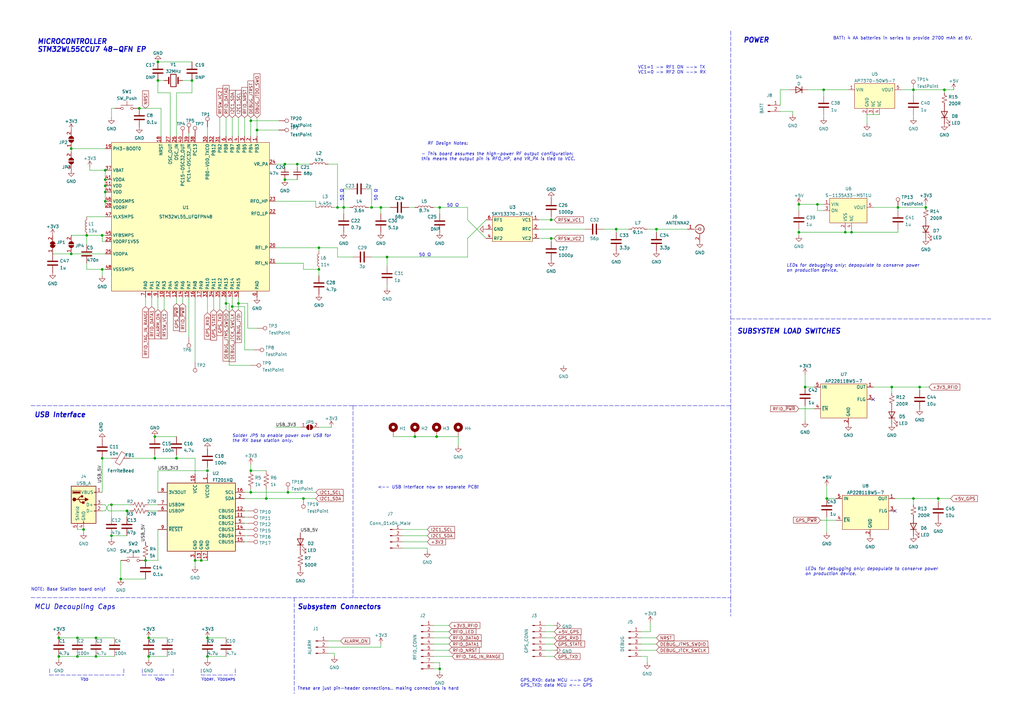
<source format=kicad_sch>
(kicad_sch (version 20211123) (generator eeschema)
  (paper "A3")
  (junction (at 85.09 269.24))
  (junction (at 43.18 73.66))
  (junction (at 349.25 95.25))
  (junction (at 226.06 97.79))
  (junction (at 59.69 229.87))
  (junction (at 39.37 269.24))
  (junction (at 327.66 83.82))
  (junction (at 29.21 104.14))
  (junction (at 179.07 179.07))
  (junction (at 85.09 261.62))
  (junction (at 116.84 73.66))
  (junction (at 384.81 204.47))
  (junction (at 109.22 204.47))
  (junction (at 377.19 158.75))
  (junction (at 327.66 95.25))
  (junction (at 35.56 96.52))
  (junction (at 156.21 85.09))
  (junction (at 102.87 201.93))
  (junction (at 102.87 49.53))
  (junction (at 78.74 33.02))
  (junction (at 170.18 179.07))
  (junction (at 337.82 36.83))
  (junction (at 31.75 261.62))
  (junction (at 339.09 204.47))
  (junction (at 140.97 85.09))
  (junction (at 335.28 83.82))
  (junction (at 252.73 93.98))
  (junction (at 180.34 85.09))
  (junction (at 130.81 101.6))
  (junction (at 41.91 187.96))
  (junction (at 43.18 76.2))
  (junction (at 269.24 93.98))
  (junction (at 49.53 237.49))
  (junction (at 95.25 125.73))
  (junction (at 41.91 110.49))
  (junction (at 31.75 269.24))
  (junction (at 45.72 207.01))
  (junction (at 64.77 33.02))
  (junction (at 64.77 25.4))
  (junction (at 130.81 110.49))
  (junction (at 116.84 67.31))
  (junction (at 121.92 67.31))
  (junction (at 102.87 193.04))
  (junction (at 97.79 124.46))
  (junction (at 346.71 95.25))
  (junction (at 158.75 105.41))
  (junction (at 41.91 96.52))
  (junction (at 124.46 204.47))
  (junction (at 63.5 179.07))
  (junction (at 24.13 269.24))
  (junction (at 330.2 158.75))
  (junction (at 138.43 85.09))
  (junction (at 52.07 209.55))
  (junction (at 92.71 124.46))
  (junction (at 43.18 82.55))
  (junction (at 60.96 269.24))
  (junction (at 152.4 85.09))
  (junction (at 45.72 219.71))
  (junction (at 63.5 187.96))
  (junction (at 365.76 158.75))
  (junction (at 379.73 85.09))
  (junction (at 180.34 274.32))
  (junction (at 85.09 193.04))
  (junction (at 374.65 204.47))
  (junction (at 226.06 90.17))
  (junction (at 43.18 69.85))
  (junction (at 24.13 261.62))
  (junction (at 57.15 44.45))
  (junction (at 387.35 36.83))
  (junction (at 34.29 217.17))
  (junction (at 374.65 36.83))
  (junction (at 29.21 60.96))
  (junction (at 39.37 261.62))
  (junction (at 60.96 261.62))
  (junction (at 368.3 85.09))
  (junction (at 43.18 78.74))
  (junction (at 118.11 201.93))
  (junction (at 80.01 229.87))
  (junction (at 82.55 229.87))
  (junction (at 72.39 187.96))
  (junction (at 105.41 53.34))
  (no_connect (at 358.14 163.83))
  (no_connect (at 367.03 209.55))
  (wire (pts (xy 59.69 229.87) (xy 64.77 229.87)))
  (wire (pts (xy 52.07 209.55) (xy 52.07 212.09)))
  (wire (pts (xy 223.52 269.24) (xy 227.33 269.24)))
  (wire (pts (xy 223.52 259.08) (xy 227.33 259.08)))
  (wire (pts (xy 320.04 36.83) (xy 323.85 36.83)))
  (wire (pts (xy 100.33 48.26) (xy 100.33 55.88)))
  (wire (pts (xy 80.01 187.96) (xy 80.01 194.31)))
  (wire (pts (xy 60.96 207.01) (xy 64.77 207.01)))
  (wire (pts (xy 100.33 201.93) (xy 102.87 201.93)))
  (wire (pts (xy 151.13 77.47) (xy 152.4 77.47)))
  (wire (pts (xy 138.43 85.09) (xy 140.97 85.09)))
  (wire (pts (xy 100.33 222.25) (xy 101.6 222.25)))
  (wire (pts (xy 387.35 36.83) (xy 387.35 38.1)))
  (wire (pts (xy 44.45 207.01) (xy 45.72 207.01)))
  (polyline (pts (xy 50.8 274.32) (xy 50.8 276.86)))
  (wire (pts (xy 269.24 93.98) (xy 281.94 93.98)))
  (wire (pts (xy 41.91 99.06) (xy 41.91 96.52)))
  (wire (pts (xy 92.71 48.26) (xy 92.71 55.88)))
  (polyline (pts (xy 299.72 166.37) (xy 299.72 245.11)))
  (wire (pts (xy 24.13 261.62) (xy 31.75 261.62)))
  (wire (pts (xy 105.41 48.26) (xy 105.41 53.34)))
  (wire (pts (xy 331.47 36.83) (xy 337.82 36.83)))
  (wire (pts (xy 24.13 270.51) (xy 24.13 269.24)))
  (wire (pts (xy 140.97 77.47) (xy 140.97 85.09)))
  (wire (pts (xy 165.1 217.17) (xy 175.26 217.17)))
  (wire (pts (xy 100.33 217.17) (xy 101.6 217.17)))
  (wire (pts (xy 97.79 124.46) (xy 101.6 124.46)))
  (wire (pts (xy 177.8 85.09) (xy 180.34 85.09)))
  (wire (pts (xy 53.34 187.96) (xy 63.5 187.96)))
  (wire (pts (xy 113.03 101.6) (xy 130.81 101.6)))
  (wire (pts (xy 346.71 95.25) (xy 349.25 95.25)))
  (wire (pts (xy 379.73 83.82) (xy 379.73 85.09)))
  (wire (pts (xy 140.97 85.09) (xy 143.51 85.09)))
  (wire (pts (xy 152.4 85.09) (xy 156.21 85.09)))
  (wire (pts (xy 36.83 68.58) (xy 36.83 69.85)))
  (wire (pts (xy 337.82 46.99) (xy 337.82 48.26)))
  (wire (pts (xy 266.7 259.08) (xy 266.7 255.27)))
  (wire (pts (xy 100.33 204.47) (xy 109.22 204.47)))
  (wire (pts (xy 226.06 97.79) (xy 226.06 99.06)))
  (wire (pts (xy 49.53 237.49) (xy 59.69 237.49)))
  (wire (pts (xy 113.03 82.55) (xy 129.54 82.55)))
  (wire (pts (xy 57.15 44.45) (xy 66.04 44.45)))
  (wire (pts (xy 41.91 110.49) (xy 41.91 113.03)))
  (wire (pts (xy 85.09 121.92) (xy 85.09 128.27)))
  (wire (pts (xy 177.8 256.54) (xy 184.15 256.54)))
  (wire (pts (xy 49.53 229.87) (xy 49.53 237.49)))
  (wire (pts (xy 325.12 45.72) (xy 320.04 45.72)))
  (wire (pts (xy 66.04 44.45) (xy 66.04 55.88)))
  (wire (pts (xy 24.13 269.24) (xy 31.75 269.24)))
  (wire (pts (xy 247.65 93.98) (xy 252.73 93.98)))
  (polyline (pts (xy 58.42 274.32) (xy 58.42 276.86)))
  (polyline (pts (xy 82.55 276.86) (xy 96.52 276.86)))
  (wire (pts (xy 116.84 73.66) (xy 121.92 73.66)))
  (wire (pts (xy 116.84 67.31) (xy 121.92 67.31)))
  (polyline (pts (xy 58.42 276.86) (xy 71.12 276.86)))
  (wire (pts (xy 339.09 199.39) (xy 339.09 204.47)))
  (wire (pts (xy 262.89 261.62) (xy 269.24 261.62)))
  (wire (pts (xy 45.72 219.71) (xy 52.07 219.71)))
  (wire (pts (xy 97.79 124.46) (xy 97.79 127)))
  (wire (pts (xy 129.54 82.55) (xy 129.54 85.09)))
  (wire (pts (xy 105.41 53.34) (xy 105.41 55.88)))
  (wire (pts (xy 34.29 218.44) (xy 34.29 217.17)))
  (wire (pts (xy 74.93 33.02) (xy 78.74 33.02)))
  (wire (pts (xy 387.35 36.83) (xy 391.16 36.83)))
  (wire (pts (xy 177.8 271.78) (xy 180.34 271.78)))
  (wire (pts (xy 72.39 186.69) (xy 72.39 187.96)))
  (wire (pts (xy 44.45 209.55) (xy 43.18 207.01)))
  (wire (pts (xy 134.62 262.89) (xy 139.7 262.89)))
  (polyline (pts (xy 144.78 166.37) (xy 299.72 166.37)))
  (wire (pts (xy 39.37 269.24) (xy 46.99 269.24)))
  (wire (pts (xy 220.98 90.17) (xy 226.06 90.17)))
  (wire (pts (xy 97.79 121.92) (xy 97.79 124.46)))
  (wire (pts (xy 29.21 104.14) (xy 43.18 104.14)))
  (wire (pts (xy 374.65 204.47) (xy 374.65 207.01)))
  (wire (pts (xy 31.75 269.24) (xy 39.37 269.24)))
  (wire (pts (xy 113.03 107.95) (xy 124.46 107.95)))
  (wire (pts (xy 77.47 54.61) (xy 77.47 55.88)))
  (wire (pts (xy 35.56 88.9) (xy 43.18 88.9)))
  (wire (pts (xy 93.98 124.46) (xy 93.98 149.86)))
  (wire (pts (xy 36.83 69.85) (xy 43.18 69.85)))
  (wire (pts (xy 124.46 110.49) (xy 130.81 110.49)))
  (wire (pts (xy 220.98 97.79) (xy 226.06 97.79)))
  (wire (pts (xy 43.18 99.06) (xy 41.91 99.06)))
  (wire (pts (xy 346.71 95.25) (xy 346.71 93.98)))
  (wire (pts (xy 152.4 77.47) (xy 152.4 85.09)))
  (polyline (pts (xy 120.65 245.11) (xy 120.65 284.48)))
  (wire (pts (xy 151.13 85.09) (xy 152.4 85.09)))
  (wire (pts (xy 369.57 36.83) (xy 374.65 36.83)))
  (wire (pts (xy 137.16 267.97) (xy 137.16 269.24)))
  (wire (pts (xy 156.21 85.09) (xy 156.21 87.63)))
  (wire (pts (xy 175.26 224.79) (xy 175.26 226.06)))
  (wire (pts (xy 384.81 204.47) (xy 389.89 204.47)))
  (wire (pts (xy 60.96 209.55) (xy 64.77 209.55)))
  (polyline (pts (xy 20.32 274.32) (xy 20.32 276.86)))
  (wire (pts (xy 226.06 97.79) (xy 227.33 97.79)))
  (wire (pts (xy 64.77 25.4) (xy 78.74 25.4)))
  (wire (pts (xy 137.16 85.09) (xy 138.43 85.09)))
  (wire (pts (xy 252.73 93.98) (xy 257.81 93.98)))
  (wire (pts (xy 95.25 125.73) (xy 100.33 125.73)))
  (wire (pts (xy 60.96 269.24) (xy 60.96 270.51)))
  (wire (pts (xy 39.37 261.62) (xy 46.99 261.62)))
  (polyline (pts (xy 144.78 166.37) (xy 144.78 245.11)))
  (wire (pts (xy 179.07 179.07) (xy 170.18 179.07)))
  (wire (pts (xy 92.71 124.46) (xy 92.71 127)))
  (wire (pts (xy 327.66 167.64) (xy 334.01 167.64)))
  (wire (pts (xy 191.77 85.09) (xy 191.77 90.17)))
  (wire (pts (xy 262.89 259.08) (xy 266.7 259.08)))
  (wire (pts (xy 158.75 105.41) (xy 191.77 105.41)))
  (wire (pts (xy 170.18 179.07) (xy 161.29 179.07)))
  (wire (pts (xy 365.76 158.75) (xy 377.19 158.75)))
  (wire (pts (xy 335.28 83.82) (xy 327.66 83.82)))
  (wire (pts (xy 72.39 187.96) (xy 80.01 187.96)))
  (wire (pts (xy 158.75 105.41) (xy 158.75 109.22)))
  (wire (pts (xy 78.74 33.02) (xy 78.74 38.1)))
  (wire (pts (xy 109.22 200.66) (xy 109.22 204.47)))
  (wire (pts (xy 69.85 38.1) (xy 64.77 38.1)))
  (wire (pts (xy 100.33 212.09) (xy 101.6 212.09)))
  (wire (pts (xy 74.93 121.92) (xy 74.93 124.46)))
  (wire (pts (xy 63.5 186.69) (xy 63.5 187.96)))
  (wire (pts (xy 177.8 269.24) (xy 185.42 269.24)))
  (wire (pts (xy 43.18 73.66) (xy 43.18 76.2)))
  (wire (pts (xy 85.09 261.62) (xy 92.71 261.62)))
  (wire (pts (xy 100.33 143.51) (xy 104.14 143.51)))
  (wire (pts (xy 90.17 48.26) (xy 90.17 55.88)))
  (wire (pts (xy 67.31 121.92) (xy 67.31 127)))
  (wire (pts (xy 85.09 52.07) (xy 85.09 55.88)))
  (wire (pts (xy 223.52 261.62) (xy 227.33 261.62)))
  (wire (pts (xy 180.34 85.09) (xy 191.77 85.09)))
  (wire (pts (xy 191.77 97.79) (xy 191.77 105.41)))
  (wire (pts (xy 191.77 90.17) (xy 199.39 97.79)))
  (wire (pts (xy 337.82 83.82) (xy 335.28 83.82)))
  (polyline (pts (xy 20.32 276.86) (xy 50.8 276.86)))
  (wire (pts (xy 223.52 264.16) (xy 227.33 264.16)))
  (wire (pts (xy 187.96 179.07) (xy 179.07 179.07)))
  (wire (pts (xy 327.66 95.25) (xy 346.71 95.25)))
  (polyline (pts (xy 12.7 245.11) (xy 299.72 245.11)))
  (wire (pts (xy 102.87 48.26) (xy 102.87 49.53)))
  (wire (pts (xy 69.85 55.88) (xy 69.85 38.1)))
  (wire (pts (xy 177.8 261.62) (xy 184.15 261.62)))
  (wire (pts (xy 187.96 182.88) (xy 187.96 179.07)))
  (wire (pts (xy 165.1 224.79) (xy 175.26 224.79)))
  (wire (pts (xy 101.6 124.46) (xy 101.6 134.62)))
  (polyline (pts (xy 299.72 12.7) (xy 299.72 166.37)))
  (wire (pts (xy 339.09 204.47) (xy 342.9 204.47)))
  (wire (pts (xy 226.06 90.17) (xy 227.33 90.17)))
  (wire (pts (xy 330.2 172.72) (xy 330.2 166.37)))
  (wire (pts (xy 130.81 110.49) (xy 130.81 113.03)))
  (wire (pts (xy 158.75 116.84) (xy 158.75 118.11)))
  (wire (pts (xy 43.18 82.55) (xy 43.18 85.09)))
  (wire (pts (xy 80.01 232.41) (xy 80.01 229.87)))
  (wire (pts (xy 152.4 105.41) (xy 158.75 105.41)))
  (wire (pts (xy 64.77 193.04) (xy 64.77 201.93)))
  (wire (pts (xy 97.79 48.26) (xy 97.79 55.88)))
  (wire (pts (xy 35.56 96.52) (xy 41.91 96.52)))
  (wire (pts (xy 134.62 67.31) (xy 138.43 67.31)))
  (wire (pts (xy 45.72 48.26) (xy 45.72 44.45)))
  (wire (pts (xy 336.55 213.36) (xy 342.9 213.36)))
  (wire (pts (xy 109.22 204.47) (xy 124.46 204.47)))
  (wire (pts (xy 368.3 95.25) (xy 349.25 95.25)))
  (wire (pts (xy 41.91 187.96) (xy 45.72 187.96)))
  (wire (pts (xy 365.76 158.75) (xy 365.76 161.29)))
  (wire (pts (xy 85.09 193.04) (xy 85.09 194.31)))
  (wire (pts (xy 41.91 187.96) (xy 41.91 201.93)))
  (wire (pts (xy 252.73 93.98) (xy 252.73 95.25)))
  (wire (pts (xy 180.34 271.78) (xy 180.34 274.32)))
  (wire (pts (xy 165.1 219.71) (xy 175.26 219.71)))
  (wire (pts (xy 64.77 121.92) (xy 64.77 127)))
  (wire (pts (xy 101.6 209.55) (xy 100.33 209.55)))
  (wire (pts (xy 29.21 96.52) (xy 35.56 96.52)))
  (wire (pts (xy 223.52 266.7) (xy 227.33 266.7)))
  (wire (pts (xy 262.89 264.16) (xy 269.24 264.16)))
  (wire (pts (xy 138.43 67.31) (xy 138.43 85.09)))
  (wire (pts (xy 95.25 121.92) (xy 95.25 125.73)))
  (wire (pts (xy 63.5 179.07) (xy 72.39 179.07)))
  (wire (pts (xy 367.03 204.47) (xy 374.65 204.47)))
  (wire (pts (xy 85.09 191.77) (xy 85.09 193.04)))
  (wire (pts (xy 156.21 264.16) (xy 156.21 265.43)))
  (wire (pts (xy 262.89 266.7) (xy 269.24 266.7)))
  (wire (pts (xy 374.65 46.99) (xy 374.65 48.26)))
  (wire (pts (xy 21.59 104.14) (xy 29.21 104.14)))
  (wire (pts (xy 167.64 85.09) (xy 170.18 85.09)))
  (polyline (pts (xy 82.55 274.32) (xy 82.55 276.86)))
  (wire (pts (xy 29.21 60.96) (xy 43.18 60.96)))
  (wire (pts (xy 368.3 93.98) (xy 368.3 95.25)))
  (wire (pts (xy 102.87 49.53) (xy 102.87 55.88)))
  (wire (pts (xy 140.97 85.09) (xy 140.97 87.63)))
  (wire (pts (xy 92.71 121.92) (xy 92.71 124.46)))
  (wire (pts (xy 113.03 175.26) (xy 123.19 175.26)))
  (wire (pts (xy 121.92 67.31) (xy 127 67.31)))
  (wire (pts (xy 269.24 93.98) (xy 269.24 95.25)))
  (wire (pts (xy 93.98 149.86) (xy 102.87 149.86)))
  (wire (pts (xy 64.77 33.02) (xy 67.31 33.02)))
  (wire (pts (xy 45.72 207.01) (xy 53.34 207.01)))
  (wire (pts (xy 177.8 259.08) (xy 184.15 259.08)))
  (wire (pts (xy 349.25 95.25) (xy 349.25 93.98)))
  (wire (pts (xy 52.07 209.55) (xy 53.34 209.55)))
  (wire (pts (xy 85.09 269.24) (xy 92.71 269.24)))
  (wire (pts (xy 41.91 207.01) (xy 43.18 207.01)))
  (wire (pts (xy 64.77 38.1) (xy 64.77 33.02)))
  (wire (pts (xy 44.45 209.55) (xy 52.07 209.55)))
  (wire (pts (xy 72.39 121.92) (xy 72.39 124.46)))
  (wire (pts (xy 35.56 107.95) (xy 35.56 110.49)))
  (wire (pts (xy 337.82 36.83) (xy 337.82 39.37)))
  (wire (pts (xy 339.09 218.44) (xy 339.09 212.09)))
  (wire (pts (xy 124.46 107.95) (xy 124.46 110.49)))
  (wire (pts (xy 102.87 200.66) (xy 102.87 201.93)))
  (wire (pts (xy 92.71 124.46) (xy 93.98 124.46)))
  (wire (pts (xy 41.91 209.55) (xy 43.18 209.55)))
  (wire (pts (xy 223.52 256.54) (xy 227.33 256.54)))
  (wire (pts (xy 116.84 67.31) (xy 116.84 68.58)))
  (wire (pts (xy 130.81 101.6) (xy 138.43 101.6)))
  (wire (pts (xy 355.6 46.99) (xy 355.6 50.8)))
  (wire (pts (xy 177.8 264.16) (xy 184.15 264.16)))
  (wire (pts (xy 191.77 97.79) (xy 199.39 90.17)))
  (wire (pts (xy 45.72 220.98) (xy 45.72 219.71)))
  (wire (pts (xy 327.66 83.82) (xy 327.66 86.36)))
  (wire (pts (xy 265.43 93.98) (xy 269.24 93.98)))
  (wire (pts (xy 31.75 261.62) (xy 39.37 261.62)))
  (wire (pts (xy 64.77 217.17) (xy 64.77 229.87)))
  (wire (pts (xy 45.72 44.45) (xy 46.99 44.45)))
  (wire (pts (xy 226.06 88.9) (xy 226.06 90.17)))
  (wire (pts (xy 105.41 53.34) (xy 114.3 53.34)))
  (wire (pts (xy 121.92 67.31) (xy 121.92 68.58)))
  (wire (pts (xy 355.6 46.99) (xy 360.68 46.99)))
  (wire (pts (xy 100.33 125.73) (xy 100.33 143.51)))
  (wire (pts (xy 113.03 67.31) (xy 116.84 67.31)))
  (wire (pts (xy 327.66 93.98) (xy 327.66 95.25)))
  (wire (pts (xy 62.23 121.92) (xy 62.23 125.73)))
  (wire (pts (xy 102.87 49.53) (xy 114.3 49.53)))
  (wire (pts (xy 29.21 60.96) (xy 29.21 62.23)))
  (wire (pts (xy 102.87 190.5) (xy 102.87 193.04)))
  (wire (pts (xy 265.43 271.78) (xy 265.43 269.24)))
  (polyline (pts (xy 71.12 274.32) (xy 71.12 276.86)))
  (wire (pts (xy 72.39 38.1) (xy 72.39 55.88)))
  (wire (pts (xy 41.91 96.52) (xy 43.18 96.52)))
  (wire (pts (xy 80.01 229.87) (xy 82.55 229.87)))
  (wire (pts (xy 384.81 204.47) (xy 384.81 205.74)))
  (wire (pts (xy 72.39 38.1) (xy 78.74 38.1)))
  (wire (pts (xy 95.25 48.26) (xy 95.25 55.88)))
  (wire (pts (xy 374.65 204.47) (xy 384.81 204.47)))
  (wire (pts (xy 43.18 209.55) (xy 44.45 207.01)))
  (wire (pts (xy 330.2 153.67) (xy 330.2 158.75)))
  (wire (pts (xy 368.3 85.09) (xy 368.3 86.36)))
  (wire (pts (xy 43.18 78.74) (xy 43.18 82.55)))
  (wire (pts (xy 43.18 76.2) (xy 43.18 78.74)))
  (wire (pts (xy 60.96 269.24) (xy 68.58 269.24)))
  (wire (pts (xy 118.11 201.93) (xy 129.54 201.93)))
  (wire (pts (xy 374.65 36.83) (xy 387.35 36.83)))
  (wire (pts (xy 358.14 158.75) (xy 365.76 158.75)))
  (wire (pts (xy 130.81 175.26) (xy 135.89 175.26)))
  (wire (pts (xy 64.77 193.04) (xy 85.09 193.04)))
  (wire (pts (xy 265.43 269.24) (xy 262.89 269.24)))
  (wire (pts (xy 138.43 101.6) (xy 138.43 105.41)))
  (wire (pts (xy 320.04 43.18) (xy 320.04 36.83)))
  (wire (pts (xy 95.25 125.73) (xy 95.25 127)))
  (wire (pts (xy 45.72 207.01) (xy 45.72 212.09)))
  (wire (pts (xy 180.34 274.32) (xy 180.34 275.59)))
  (wire (pts (xy 377.19 158.75) (xy 377.19 160.02)))
  (wire (pts (xy 134.62 267.97) (xy 137.16 267.97)))
  (wire (pts (xy 31.75 217.17) (xy 34.29 217.17)))
  (wire (pts (xy 63.5 187.96) (xy 72.39 187.96)))
  (wire (pts (xy 41.91 110.49) (xy 43.18 110.49)))
  (wire (pts (xy 35.56 110.49) (xy 41.91 110.49)))
  (wire (pts (xy 325.12 46.99) (xy 325.12 45.72)))
  (wire (pts (xy 374.65 36.83) (xy 374.65 39.37)))
  (wire (pts (xy 100.33 219.71) (xy 101.6 219.71)))
  (wire (pts (xy 177.8 274.32) (xy 180.34 274.32)))
  (wire (pts (xy 35.56 96.52) (xy 35.56 100.33)))
  (wire (pts (xy 90.17 121.92) (xy 90.17 127)))
  (wire (pts (xy 82.55 229.87) (xy 85.09 229.87)))
  (wire (pts (xy 177.8 266.7) (xy 184.15 266.7)))
  (wire (pts (xy 337.82 86.36) (xy 335.28 86.36)))
  (wire (pts (xy 368.3 85.09) (xy 379.73 85.09)))
  (wire (pts (xy 180.34 85.09) (xy 180.34 87.63)))
  (wire (pts (xy 102.87 193.04) (xy 109.22 193.04)))
  (wire (pts (xy 337.82 36.83) (xy 347.98 36.83)))
  (wire (pts (xy 330.2 158.75) (xy 334.01 158.75)))
  (wire (pts (xy 156.21 85.09) (xy 160.02 85.09)))
  (wire (pts (xy 124.46 204.47) (xy 129.54 204.47)))
  (wire (pts (xy 87.63 121.92) (xy 87.63 127)))
  (wire (pts (xy 165.1 222.25) (xy 175.26 222.25)))
  (wire (pts (xy 143.51 77.47) (xy 140.97 77.47)))
  (wire (pts (xy 368.3 85.09) (xy 358.14 85.09)))
  (wire (pts (xy 77.47 121.92) (xy 77.47 138.43)))
  (wire (pts (xy 102.87 201.93) (xy 118.11 201.93)))
  (wire (pts (xy 100.33 214.63) (xy 101.6 214.63)))
  (wire (pts (xy 85.09 270.51) (xy 85.09 269.24)))
  (polyline (pts (xy 299.72 130.81) (xy 406.4 130.81)))
  (polyline (pts (xy 96.52 274.32) (xy 96.52 276.86)))
  (polyline (pts (xy 299.72 245.11) (xy 299.72 252.73)))
  (wire (pts (xy 101.6 134.62) (xy 105.41 134.62)))
  (wire (pts (xy 60.96 261.62) (xy 68.58 261.62)))
  (wire (pts (xy 43.18 69.85) (xy 43.18 73.66)))
  (wire (pts (xy 80.01 121.92) (xy 80.01 148.59)))
  (wire (pts (xy 130.81 101.6) (xy 130.81 102.87)))
  (wire (pts (xy 327.66 95.25) (xy 327.66 96.52)))
  (wire (pts (xy 335.28 83.82) (xy 335.28 86.36)))
  (wire (pts (xy 377.19 158.75) (xy 381 158.75)))
  (wire (pts (xy 59.69 121.92) (xy 59.69 125.73)))
  (wire (pts (xy 220.98 93.98) (xy 240.03 93.98)))
  (wire (pts (xy 138.43 105.41) (xy 144.78 105.41)))
  (polyline (pts (xy 12.7 166.37) (xy 144.78 166.37)))
  (wire (pts (xy 134.62 265.43) (xy 156.21 265.43)))
  (text "NOTE: Base Station board only!" (at 12.7 242.57 0) (effects (font (size 1.27 1.27)) (justify left bottom)))
  (text "V_{DD} \n" (at 33.02 279.4 0) (effects (font (size 1.27 1.27)) (justify left bottom)))
  (text "Subsystem Connectors" (at 121.92 250.19 0) (effects (font (size 2 2) bold italic) (justify left bottom)))
  (text "These are just pin-header connections.. making connectors is hard\n" (at 121.92 283.21 0) (effects (font (size 1.27 1.27)) (justify left bottom)))
  (text "50 Ω \n" (at 189.23 85.09 180) (effects (font (size 1.27 1.27)) (justify right bottom)))
  (text "SUBSYSTEM LOAD SWITCHES" (at 302.26 137.16 0) (effects (font (size 2 2) (thickness 0.4) bold italic) (justify left bottom)))
  (text "VC1=1 -> RF1 ON --> TX \nVC1=0 -> RF2 ON --> RX\n" (at 261.62 30.48 0) (effects (font (size 1.27 1.27)) (justify left bottom)))
  (text "MICROCONTROLLER\nSTM32WL55CCU7 48-QFN EP\n" (at 15.24 21.59 0) (effects (font (size 2 2) (thickness 0.4) bold italic) (justify left bottom)))
  (text "Solder JP5 to enable power over USB for \nthe RX base station only. " (at 95.25 181.61 0) (effects (font (size 1.27 1.27) italic) (justify left bottom)))
  (text "V_{DDA}\n" (at 63.5 279.4 0) (effects (font (size 1.27 1.27)) (justify left bottom)))
  (text "<-- USB Interface now on separate PCB!\n" (at 154.94 200.66 0) (effects (font (size 1.27 1.27)) (justify left bottom)))
  (text "50 Ω " (at 140.97 82.55 90) (effects (font (size 1.27 1.27)) (justify left bottom)))
  (text "BATT: 4 AA batteries in series to provide 2700 mAh at 6V. " (at 341.63 16.51 0) (effects (font (size 1.27 1.27)) (justify left bottom)))
  (text "LEDs for debugging only; depopulate to conserve power \non production device.\n" (at 322.58 111.76 0) (effects (font (size 1.27 1.27) italic) (justify left bottom)))
  (text "50 Ω \n" (at 177.8 105.41 180) (effects (font (size 1.27 1.27)) (justify right bottom)))
  (text "MCU Decoupling Caps" (at 13.97 250.19 0) (effects (font (size 2 2) (thickness 0.254) bold italic) (justify left bottom)))
  (text "V_{DDRF}, V_{DDSMPS}" (at 82.55 279.4 0) (effects (font (size 1.27 1.27)) (justify left bottom)))
  (text "50 Ω \n" (at 154.94 82.55 90) (effects (font (size 1.27 1.27)) (justify left bottom)))
  (text "GPS_RXD: data MCU --> GPS\nGPS_TXD: data MCU <-- GPS\n" (at 213.36 281.94 0) (effects (font (size 1.27 1.27)) (justify left bottom)))
  (text "POWER" (at 304.8 17.78 0) (effects (font (size 2 2) (thickness 0.4) bold italic) (justify left bottom)))
  (text "USB Interface\n" (at 13.97 171.45 0) (effects (font (size 2 2) bold italic) (justify left bottom)))
  (text "RF Design Notes: " (at 175.26 59.69 0) (effects (font (size 1.27 1.27) italic) (justify left bottom)))
  (text "LEDs for debugging only; depopulate to conserve power \non production device.\n" (at 330.2 236.22 0) (effects (font (size 1.27 1.27) italic) (justify left bottom)))
  (text "- This board assumes the high-power RF output configuration: \nthis means the output pin is RFO_HP, and VR_PA is tied to VCC. " (at 172.72 66.04 0) (effects (font (size 1.27 1.27) italic) (justify left bottom)))
  (label "USB_3V3" (at 113.03 175.26 0))
  (label "USB_5V" (at 59.69 222.25 90))
  (label "USB_3V3" (at 64.77 193.04 0))
  (label "USB_5V" (at 41.91 198.12 90))
  (label "USB_5V" (at 123.19 218.44 0))
  (global_label "GPS_~{PWR}" (shape input) (at 72.39 124.46 270) (property "Intersheet References" "${INTERSHEET_REFS}" (effects hide)))
  (global_label "I2C1_SCL" (shape input) (at 129.54 201.93 0) (property "Intersheet References" "${INTERSHEET_REFS}" (effects hide)))
  (global_label "RFID_TAG_IN_RANGE" (shape input) (at 185.42 269.24 0) (property "Intersheet References" "${INTERSHEET_REFS}" (effects hide)))
  (global_label "DBUG_JTDO_SWO" (shape input) (at 105.41 48.26 90) (property "Intersheet References" "${INTERSHEET_REFS}" (effects hide)))
  (global_label "RFID_NRST" (shape input) (at 184.15 266.7 0) (property "Intersheet References" "${INTERSHEET_REFS}" (effects hide)))
  (global_label "+5V_GPS" (shape input) (at 227.33 259.08 0) (property "Intersheet References" "${INTERSHEET_REFS}" (effects hide)))
  (global_label "GPS_TXD" (shape input) (at 90.17 127 270) (property "Intersheet References" "${INTERSHEET_REFS}" (effects hide)))
  (global_label "RFID_DATA0" (shape input) (at 92.71 48.26 90) (property "Intersheet References" "${INTERSHEET_REFS}" (effects hide)))
  (global_label "RFID_~{PWR}" (shape input) (at 327.66 167.64 180) (property "Intersheet References" "${INTERSHEET_REFS}" (effects hide)))
  (global_label "RFID_LED" (shape input) (at 184.15 259.08 0) (property "Intersheet References" "${INTERSHEET_REFS}" (effects hide)))
  (global_label "GPS_RXD" (shape input) (at 227.33 261.62 0) (property "Intersheet References" "${INTERSHEET_REFS}" (effects hide)))
  (global_label "GPS_STATE" (shape input) (at 87.63 127 270) (property "Intersheet References" "${INTERSHEET_REFS}" (effects hide)))
  (global_label "RFID_DATA1" (shape input) (at 62.23 125.73 270) (property "Intersheet References" "${INTERSHEET_REFS}" (effects hide)))
  (global_label "DEBUG_JTCK_SWCLK" (shape input) (at 269.24 266.7 0) (property "Intersheet References" "${INTERSHEET_REFS}" (effects hide)))
  (global_label "RFSW_VC2" (shape input) (at 227.33 97.79 0) (property "Intersheet References" "${INTERSHEET_REFS}" (effects hide)))
  (global_label "I2C1_SDA" (shape input) (at 95.25 48.26 90) (property "Intersheet References" "${INTERSHEET_REFS}" (effects hide)))
  (global_label "+3V3_RFID" (shape input) (at 381 158.75 0) (property "Intersheet References" "${INTERSHEET_REFS}" (effects hide)))
  (global_label "RFID_NRST" (shape input) (at 100.33 48.26 90) (property "Intersheet References" "${INTERSHEET_REFS}" (effects hide)))
  (global_label "NRST" (shape input) (at 269.24 261.62 0) (property "Intersheet References" "${INTERSHEET_REFS}" (effects hide)))
  (global_label "I2C1_SCL" (shape input) (at 97.79 48.26 90) (property "Intersheet References" "${INTERSHEET_REFS}" (effects hide)))
  (global_label "RFID_DATA1" (shape input) (at 184.15 264.16 0) (property "Intersheet References" "${INTERSHEET_REFS}" (effects hide)))
  (global_label "NRST" (shape input) (at 59.69 44.45 90) (property "Intersheet References" "${INTERSHEET_REFS}" (effects hide)))
  (global_label "DEBUG_JTCK_SWCLK" (shape input) (at 95.25 127 270) (property "Intersheet References" "${INTERSHEET_REFS}" (effects hide)))
  (global_label "DEBUG_JTMS_SWDIO" (shape input) (at 269.24 264.16 0) (property "Intersheet References" "${INTERSHEET_REFS}" (effects hide)))
  (global_label "+5V_GPS" (shape input) (at 389.89 204.47 0) (property "Intersheet References" "${INTERSHEET_REFS}" (effects hide)))
  (global_label "RFID_~{PWR}" (shape input) (at 74.93 124.46 270) (property "Intersheet References" "${INTERSHEET_REFS}" (effects hide)))
  (global_label "DEBUG_JTRST" (shape input) (at 102.87 48.26 90) (property "Intersheet References" "${INTERSHEET_REFS}" (effects hide)))
  (global_label "RFID_TAG_IN_RANGE" (shape input) (at 59.69 125.73 270) (property "Intersheet References" "${INTERSHEET_REFS}" (effects hide)))
  (global_label "ALARM_ON" (shape input) (at 139.7 262.89 0) (property "Intersheet References" "${INTERSHEET_REFS}" (effects hide)))
  (global_label "+3V3" (shape input) (at 175.26 222.25 0) (property "Intersheet References" "${INTERSHEET_REFS}" (effects hide)))
  (global_label "RFSW_VC1" (shape input) (at 227.33 90.17 0) (property "Intersheet References" "${INTERSHEET_REFS}" (effects hide)))
  (global_label "I2C1_SCL" (shape input) (at 175.26 217.17 0) (property "Intersheet References" "${INTERSHEET_REFS}" (effects hide)))
  (global_label "DEBUG_JTMS_SWDIO" (shape input) (at 92.71 127 270) (property "Intersheet References" "${INTERSHEET_REFS}" (effects hide)))
  (global_label "RFSW_VC1" (shape input) (at 67.31 127 270) (property "Intersheet References" "${INTERSHEET_REFS}" (effects hide)))
  (global_label "GPS_~{PWR}" (shape input) (at 336.55 213.36 180) (property "Intersheet References" "${INTERSHEET_REFS}" (effects hide)))
  (global_label "+3V3_RFID" (shape input) (at 184.15 256.54 0) (property "Intersheet References" "${INTERSHEET_REFS}" (effects hide)))
  (global_label "RFSW_VC2" (shape input) (at 90.17 48.26 90) (property "Intersheet References" "${INTERSHEET_REFS}" (effects hide)))
  (global_label "I2C1_SDA" (shape input) (at 129.54 204.47 0) (property "Intersheet References" "${INTERSHEET_REFS}" (effects hide)))
  (global_label "RFID_DATA0" (shape input) (at 184.15 261.62 0) (property "Intersheet References" "${INTERSHEET_REFS}" (effects hide)))
  (global_label "ALARM_ON" (shape input) (at 64.77 127 270) (property "Intersheet References" "${INTERSHEET_REFS}" (effects hide)))
  (global_label "GPS_STATE" (shape input) (at 227.33 264.16 0) (property "Intersheet References" "${INTERSHEET_REFS}" (effects hide)))
  (global_label "I2C1_SDA" (shape input) (at 175.26 219.71 0) (property "Intersheet References" "${INTERSHEET_REFS}" (effects hide)))
  (global_label "DEBUG_JTDI" (shape input) (at 97.79 127 270) (property "Intersheet References" "${INTERSHEET_REFS}" (effects hide)))
  (global_label "GPS_TXD" (shape input) (at 227.33 269.24 0) (property "Intersheet References" "${INTERSHEET_REFS}" (effects hide)))
  (global_label "GPS_RXD" (shape input) (at 85.09 128.27 270) (property "Intersheet References" "${INTERSHEET_REFS}" (effects hide)))
  (symbol (lib_id "Switch:SW_Push") (at 54.61 229.87 0) (unit 1)
    (property "Reference" "SW2" (at 54.61 222.9825 0))
    (property "Value" "SW_Push" (at 53.34 226.06 0))
    (property "Footprint" "Connector_PinSocket_2.54mm:PinSocket_1x02_P2.54mm_Vertical" (effects hide))
  )
  (symbol (lib_id "power:GND") (at 365.76 173.99 0) (unit 1)
    (property "Reference" "#PWR069" (effects hide))
    (property "Value" "GND" (at 365.76 178.5525 0))
  )
  (symbol (lib_id "Device:C_Small") (at 121.92 71.12 0) (unit 1)
    (property "Reference" "C21" (at 123.19 68.58 0) (effects (justify left)))
    (property "Value" "68p" (at 124.46 71.12 0) (effects (justify left)))
    (property "Footprint" "Capacitor_SMD:C_0603_1608Metric" (effects hide))
  )
  (symbol (lib_id "Connector:TestPoint") (at 118.11 201.93 0) (unit 1)
    (property "Reference" "TP18" (at 119.507 197.7195 0) (effects (justify left)))
    (property "Value" "TestPoint" (at 119.507 200.4946 0) (effects (justify left)))
    (property "Footprint" "TestPoint:TestPoint_Pad_1.0x1.0mm" (effects hide))
  )
  (symbol (lib_id "Device:C") (at 63.5 182.88 0) (unit 1)
    (property "Reference" "C15" (at 66.421 181.9715 0) (effects (justify left)))
    (property "Value" "100n" (at 66.421 184.7466 0) (effects (justify left)))
    (property "Footprint" "Capacitor_SMD:C_0603_1608Metric" (effects hide))
  )
  (symbol (lib_id "power:GND") (at 339.09 218.44 0) (unit 1)
    (property "Reference" "#PWR066" (effects hide))
    (property "Value" "GND" (at 339.09 223.0025 0))
  )
  (symbol (lib_id "Device:C") (at 327.66 90.17 0) (unit 1)
    (property "Reference" "C39" (at 330.581 89.2615 0) (effects (justify left)))
    (property "Value" "1u" (at 330.581 92.0366 0) (effects (justify left)))
    (property "Footprint" "Capacitor_SMD:C_0603_1608Metric" (effects hide))
  )
  (symbol (lib_id "Device:C") (at 31.75 265.43 0) (unit 1)
    (property "Reference" "C2" (at 31.75 262.89 0) (effects (justify left)))
    (property "Value" "100n" (at 31.75 267.97 0) (effects (justify left)))
    (property "Footprint" "Capacitor_SMD:C_0603_1608Metric" (effects hide))
  )
  (symbol (lib_id "Jumper:SolderJumper_2_Bridged") (at 21.59 100.33 90) (unit 1)
    (property "Reference" "JP1" (at 23.241 99.4215 90) (effects (justify right)))
    (property "Value" "SolderJumper_2_Bridged" (effects hide))
    (property "Footprint" "new_footprints:tinyjumper" (effects hide))
  )
  (symbol (lib_id "power:+3V3") (at 36.83 68.58 0) (unit 1)
    (property "Reference" "#PWR06" (effects hide))
    (property "Value" "+3V3" (at 36.83 64.9755 0))
  )
  (symbol (lib_id "Device:R_US") (at 102.87 196.85 0) (unit 1)
    (property "Reference" "R5" (at 104.521 195.9415 0) (effects (justify left)))
    (property "Value" "1k" (at 104.521 198.7166 0) (effects (justify left)))
    (property "Footprint" "Resistor_SMD:R_0805_2012Metric_Pad1.20x1.40mm_HandSolder" (effects hide))
  )
  (symbol (lib_id "power:GND") (at 337.82 48.26 0) (unit 1)
    (property "Reference" "#PWR059" (effects hide))
    (property "Value" "GND" (at 337.82 52.8225 0))
  )
  (symbol (lib_id "new_symbols:AP7370-50W5-7") (at 347.98 36.83 0) (unit 1)
    (property "Reference" "U5" (at 358.775 30.3743 0))
    (property "Value" "AP7370-50W5-7" (at 358.775 33.1494 0))
    (property "Footprint" "new_footprints:SOT25" (effects hide))
  )
  (symbol (lib_id "power:GND") (at 63.5 179.07 180) (unit 1)
    (property "Reference" "#PWR028" (effects hide))
    (property "Value" "GND" (at 63.5 175.4655 0))
  )
  (symbol (lib_id "Jumper:SolderJumper_2_Open") (at 29.21 57.15 90) (unit 1)
    (property "Reference" "JP2" (at 24.13 58.42 90) (effects (justify right)))
    (property "Value" "SolderJumper_2_Open" (effects hide))
    (property "Footprint" "new_footprints:tinyjumper" (effects hide))
  )
  (symbol (lib_id "Device:C") (at 35.56 104.14 0) (unit 1)
    (property "Reference" "C5" (at 35.56 101.6 0) (effects (justify left)))
    (property "Value" "470n" (at 35.56 106.68 0) (effects (justify left)))
    (property "Footprint" "Capacitor_SMD:C_0603_1608Metric" (effects hide))
  )
  (symbol (lib_id "Device:LED") (at 387.35 46.99 90) (unit 1)
    (property "Reference" "D8" (at 390.271 47.669 90) (effects (justify right)))
    (property "Value" "LED" (at 390.271 50.4441 90) (effects (justify right)))
    (property "Footprint" "LED_SMD:LED_0805_2012Metric" (effects hide))
  )
  (symbol (lib_id "Mechanical:MountingHole_Pad") (at 161.29 176.53 0) (unit 1)
    (property "Reference" "H1" (at 163.83 175.739 0) (effects (justify left)))
    (property "Value" "MountingHole_Pad" (effects hide))
    (property "Footprint" "MountingHole:MountingHole_3.2mm_M3_Pad_Via" (effects hide))
  )
  (symbol (lib_id "power:GND") (at 60.96 270.51 0) (unit 1)
    (property "Reference" "#PWR010" (effects hide))
    (property "Value" "GND" (at 60.96 275.0725 0))
  )
  (symbol (lib_id "power:GND") (at 355.6 50.8 0) (unit 1)
    (property "Reference" "#PWR062" (effects hide))
    (property "Value" "GND" (at 355.6 55.3625 0))
  )
  (symbol (lib_id "Device:C") (at 130.81 116.84 0) (unit 1)
    (property "Reference" "C28" (at 133.731 115.9315 0) (effects (justify left)))
    (property "Value" "4.7p" (at 133.731 118.7066 0) (effects (justify left)))
    (property "Footprint" "Capacitor_SMD:C_0603_1608Metric" (effects hide))
  )
  (symbol (lib_id "Connector:TestPoint") (at 114.3 53.34 270) (unit 1)
    (property "Reference" "TP?" (at 118.999 52.4315 90) (effects (justify left)))
    (property "Value" "TestPoint" (at 118.999 55.2066 90) (effects (justify left)))
  )
  (symbol (lib_id "Device:R_Small_US") (at 379.73 87.63 0) (unit 1)
    (property "Reference" "R14" (at 381.381 86.7215 0) (effects (justify left)))
    (property "Value" "200R" (at 381.381 89.4966 0) (effects (justify left)))
    (property "Footprint" "Resistor_SMD:R_0805_2012Metric_Pad1.20x1.40mm_HandSolder" (effects hide))
  )
  (symbol (lib_id "power:GND") (at 49.53 237.49 0) (unit 1)
    (property "Reference" "#PWR027" (effects hide))
    (property "Value" "GND" (at 49.53 242.0525 0))
  )
  (symbol (lib_id "Connector:TestPoint") (at 74.93 55.88 0) (unit 1)
    (property "Reference" "TP4" (at 72.39 50.8 0) (effects (justify left)))
    (property "Value" "TestPoint" (effects hide))
    (property "Footprint" "TestPoint:TestPoint_Pad_1.0x1.0mm" (effects hide))
  )
  (symbol (lib_id "power:GND") (at 327.66 96.52 0) (unit 1)
    (property "Reference" "#PWR061" (effects hide))
    (property "Value" "GND" (at 327.66 101.0825 0))
  )
  (symbol (lib_id "Device:L") (at 133.35 85.09 90) (unit 1)
    (property "Reference" "L3" (at 133.35 80.6155 90))
    (property "Value" "4.45n" (at 133.35 83.3906 90))
    (property "Footprint" "Inductor_SMD:L_0805_2012Metric_Pad1.05x1.20mm_HandSolder" (effects hide))
  )
  (symbol (lib_id "Connector:TestPoint") (at 101.6 219.71 270) (unit 1)
    (property "Reference" "TP16" (at 106.299 220.189 90) (effects (justify left)))
    (property "Value" "TestPoint" (effects hide))
    (property "Footprint" "TestPoint:TestPoint_Pad_1.0x1.0mm" (effects hide))
  )
  (symbol (lib_id "power:+3V3") (at 21.59 96.52 0) (unit 1)
    (property "Reference" "#PWR03" (effects hide))
    (property "Value" "+3V3" (at 21.59 92.9155 0))
  )
  (symbol (lib_id "Device:C") (at 156.21 91.44 0) (unit 1)
    (property "Reference" "C30" (at 159.131 90.5315 0) (effects (justify left)))
    (property "Value" "5.1p" (at 159.131 93.3066 0) (effects (justify left)))
    (property "Footprint" "Capacitor_SMD:C_0603_1608Metric" (effects hide))
  )
  (symbol (lib_id "power:GND") (at 287.02 99.06 0) (unit 1)
    (property "Reference" "#PWR048" (effects hide))
    (property "Value" "GND" (at 287.02 103.6225 0))
  )
  (symbol (lib_id "Device:L") (at 35.56 92.71 180) (unit 1)
    (property "Reference" "L1" (at 36.195 91.8015 0) (effects (justify right)))
    (property "Value" "15u" (at 36.195 94.5766 0) (effects (justify right)))
    (property "Footprint" "Inductor_SMD:L_0805_2012Metric_Pad1.05x1.20mm_HandSolder" (effects hide))
  )
  (symbol (lib_id "power:GND") (at 252.73 102.87 0) (unit 1)
    (property "Reference" "#PWR046" (effects hide))
    (property "Value" "GND" (at 252.73 107.4325 0))
  )
  (symbol (lib_id "power:GND") (at 325.12 46.99 0) (unit 1)
    (property "Reference" "#PWR058" (effects hide))
    (property "Value" "GND" (at 325.12 51.5525 0))
  )
  (symbol (lib_id "Device:C_Small") (at 116.84 71.12 0) (unit 1)
    (property "Reference" "C20" (at 113.03 68.58 0) (effects (justify left)))
    (property "Value" "47n" (at 110.49 71.12 0) (effects (justify left)))
    (property "Footprint" "Capacitor_SMD:C_0603_1608Metric" (effects hide))
  )
  (symbol (lib_id "power:GND") (at 80.01 232.41 0) (unit 1)
    (property "Reference" "#PWR030" (effects hide))
    (property "Value" "GND" (at 80.01 236.9725 0))
  )
  (symbol (lib_id "Connector:TestPoint") (at 77.47 54.61 0) (unit 1)
    (property "Reference" "TP5" (at 76.2 49.53 0) (effects (justify left)))
    (property "Value" "TestPoint" (effects hide))
    (property "Footprint" "TestPoint:TestPoint_Pad_1.0x1.0mm" (effects hide))
  )
  (symbol (lib_id "power:GND") (at 356.87 219.71 0) (unit 1)
    (property "Reference" "#PWR068" (effects hide))
    (property "Value" "GND" (at 356.87 224.2725 0))
  )
  (symbol (lib_id "Connector:TestPoint") (at 102.87 149.86 270) (unit 1)
    (property "Reference" "TP9" (at 107.569 148.9515 90) (effects (justify left)))
    (property "Value" "TestPoint" (at 107.569 151.7266 90) (effects (justify left)))
    (property "Footprint" "TestPoint:TestPoint_Pad_1.0x1.0mm" (effects hide))
  )
  (symbol (lib_id "Mechanical:MountingHole_Pad") (at 187.96 176.53 0) (unit 1)
    (property "Reference" "H4" (at 190.5 175.739 0) (effects (justify left)))
    (property "Value" "MountingHole_Pad" (effects hide))
    (property "Footprint" "MountingHole:MountingHole_3.2mm_M3_Pad_Via" (effects hide))
  )
  (symbol (lib_id "Device:C") (at 72.39 182.88 0) (unit 1)
    (property "Reference" "C16" (at 75.311 181.9715 0) (effects (justify left)))
    (property "Value" "4.7u" (at 75.311 184.7466 0) (effects (justify left)))
    (property "Footprint" "Capacitor_SMD:C_0603_1608Metric" (effects hide))
  )
  (symbol (lib_id "Device:FerriteBead") (at 49.53 187.96 90) (unit 1)
    (property "Reference" "FB1" (at 53.34 186.69 90))
    (property "Value" "FerriteBead" (at 49.53 193.04 90))
    (property "Footprint" "LED_SMD:LED_0805_2012Metric" (effects hide))
  )
  (symbol (lib_id "Connector:TestPoint") (at 101.6 209.55 270) (unit 1)
    (property "Reference" "TP10" (at 106.299 210.029 90) (effects (justify left)))
    (property "Value" "TestPoint" (effects hide))
    (property "Footprint" "TestPoint:TestPoint_Pad_1.0x1.0mm" (effects hide))
  )
  (symbol (lib_id "power:GND") (at 24.13 270.51 0) (unit 1)
    (property "Reference" "#PWR02" (effects hide))
    (property "Value" "GND" (at 24.13 275.0725 0))
  )
  (symbol (lib_id "Connector:TestPoint") (at 77.47 138.43 180) (unit 1)
    (property "Reference" "TP6" (at 74.93 143.51 0) (effects (justify right)))
    (property "Value" "TestPoint" (effects hide))
    (property "Footprint" "TestPoint:TestPoint_Pad_1.0x1.0mm" (effects hide))
  )
  (symbol (lib_id "Device:L") (at 173.99 85.09 90) (unit 1)
    (property "Reference" "L5" (at 173.99 82.55 90))
    (property "Value" "8.7n" (at 173.99 86.36 90))
    (property "Footprint" "Inductor_SMD:L_0805_2012Metric_Pad1.05x1.20mm_HandSolder" (effects hide))
  )
  (symbol (lib_id "power:+3V3") (at 330.2 153.67 0) (unit 1)
    (property "Reference" "#PWR020" (effects hide))
    (property "Value" "+3V3" (at 330.2 150.0655 0))
  )
  (symbol (lib_id "power:GND") (at 41.91 180.34 180) (unit 1)
    (property "Reference" "#PWR025" (effects hide))
    (property "Value" "GND" (at 41.431 177.1651 90) (effects (justify right)))
  )
  (symbol (lib_id "Device:R_Small_US") (at 365.76 163.83 0) (unit 1)
    (property "Reference" "R12" (at 367.411 162.9215 0) (effects (justify left)))
    (property "Value" "200R" (at 367.411 165.6966 0) (effects (justify left)))
    (property "Footprint" "Resistor_SMD:R_0805_2012Metric_Pad1.20x1.40mm_HandSolder" (effects hide))
  )
  (symbol (lib_id "Device:L") (at 130.81 106.68 180) (unit 1)
    (property "Reference" "L6" (at 131.445 105.7715 0) (effects (justify right)))
    (property "Value" "11n" (at 131.445 108.5466 0) (effects (justify right)))
    (property "Footprint" "Inductor_SMD:L_0805_2012Metric_Pad1.05x1.20mm_HandSolder" (effects hide))
  )
  (symbol (lib_id "Device:Crystal") (at 71.12 33.02 0) (unit 1)
    (property "Reference" "Y1" (at 71.12 26.4881 0))
    (property "Value" "32MHz" (at 71.12 29.2632 0))
    (property "Footprint" "Oscillator:Oscillator_SMD_Abracon_ASE-4Pin_3.2x2.5mm" (effects hide))
  )
  (symbol (lib_id "power:GND") (at 265.43 271.78 0) (unit 1)
    (property "Reference" "#PWR035" (effects hide))
    (property "Value" "GND" (at 265.43 276.3425 0))
  )
  (symbol (lib_id "power:GND") (at 377.19 167.64 0) (unit 1)
    (property "Reference" "#PWR073" (effects hide))
    (property "Value" "GND" (at 377.19 172.2025 0))
  )
  (symbol (lib_id "Device:C") (at 368.3 90.17 0) (unit 1)
    (property "Reference" "C41" (at 371.221 89.2615 0) (effects (justify left)))
    (property "Value" "1u" (at 371.221 92.0366 0) (effects (justify left)))
    (property "Footprint" "Capacitor_SMD:C_0603_1608Metric" (effects hide))
  )
  (symbol (lib_id "power:GND") (at 123.19 233.68 0) (unit 1)
    (property "Reference" "#PWR033" (effects hide))
    (property "Value" "GND" (at 123.19 238.2425 0))
  )
  (symbol (lib_id "Connector:TestPoint") (at 124.46 204.47 180) (unit 1)
    (property "Reference" "TP19" (at 125.857 206.8635 0) (effects (justify right)))
    (property "Value" "TestPoint" (at 125.857 209.6386 0) (effects (justify right)))
    (property "Footprint" "TestPoint:TestPoint_Pad_1.0x1.0mm" (effects hide))
  )
  (symbol (lib_id "power:GND") (at 158.75 118.11 0) (unit 1)
    (property "Reference" "#PWR045" (effects hide))
    (property "Value" "GND" (at 158.75 122.6725 0))
  )
  (symbol (lib_id "power:GND") (at 330.2 172.72 0) (unit 1)
    (property "Reference" "#PWR023" (effects hide))
    (property "Value" "GND" (at 330.2 177.2825 0))
  )
  (symbol (lib_id "Device:C") (at 68.58 265.43 0) (unit 1)
    (property "Reference" "C7" (at 68.58 262.89 0) (effects (justify left)))
    (property "Value" "10n" (at 68.58 267.97 0) (effects (justify left)))
    (property "Footprint" "Capacitor_SMD:C_0603_1608Metric" (effects hide))
  )
  (symbol (lib_id "Device:C") (at 60.96 265.43 0) (unit 1)
    (property "Reference" "C6" (at 60.96 262.89 0) (effects (justify left)))
    (property "Value" "1u" (at 60.96 267.97 0) (effects (justify left)))
    (property "Footprint" "Capacitor_SMD:C_0603_1608Metric" (effects hide))
  )
  (symbol (lib_id "Device:C") (at 85.09 265.43 0) (unit 1)
    (property "Reference" "C9" (at 85.09 262.89 0) (effects (justify left)))
    (property "Value" "4.7u" (at 85.09 267.97 0) (effects (justify left)))
    (property "Footprint" "Capacitor_SMD:C_0603_1608Metric" (effects hide))
  )
  (symbol (lib_id "power:GND") (at 387.35 50.8 0) (unit 1)
    (property "Reference" "#PWR072" (effects hide))
    (property "Value" "GND" (at 387.35 55.3625 0))
  )
  (symbol (lib_id "power:+5V") (at 339.09 199.39 0) (unit 1)
    (property "Reference" "#PWR051" (effects hide))
    (property "Value" "+5V" (at 339.09 195.7855 0))
  )
  (symbol (lib_id "Device:C") (at 85.09 187.96 0) (unit 1)
    (property "Reference" "C18" (at 88.011 187.0515 0) (effects (justify left)))
    (property "Value" "100n" (at 88.011 189.8266 0) (effects (justify left)))
    (property "Footprint" "Capacitor_SMD:C_0603_1608Metric" (effects hide))
  )
  (symbol (lib_id "power:+3V3") (at 85.09 261.62 0) (unit 1)
    (property "Reference" "#PWR012" (effects hide))
    (property "Value" "+3V3" (at 85.09 258.0155 0))
  )
  (symbol (lib_id "power:GND") (at 156.21 95.25 0) (unit 1)
    (property "Reference" "#PWR044" (effects hide))
    (property "Value" "GND" (at 156.21 99.8125 0))
  )
  (symbol (lib_id "Device:C") (at 377.19 163.83 0) (unit 1)
    (property "Reference" "C44" (at 380.111 162.9215 0) (effects (justify left)))
    (property "Value" "10u" (at 380.111 165.6966 0) (effects (justify left)))
    (property "Footprint" "Capacitor_SMD:C_1206_3216Metric" (effects hide))
  )
  (symbol (lib_id "power:+3V3") (at 379.73 83.82 0) (unit 1)
    (property "Reference" "#PWR065" (effects hide))
    (property "Value" "+3V3" (at 379.73 80.2155 0))
  )
  (symbol (lib_id "power:GND") (at 175.26 226.06 0) (unit 1)
    (property "Reference" "#PWR0103" (effects hide))
    (property "Value" "GND" (at 175.26 230.6225 0))
  )
  (symbol (lib_id "power:+5V") (at 391.16 36.83 0) (unit 1)
    (property "Reference" "#PWR063" (effects hide))
    (property "Value" "+5V" (at 391.16 33.2255 0))
  )
  (symbol (lib_id "Device:C") (at 147.32 77.47 90) (unit 1)
    (property "Reference" "C23" (at 143.51 76.2 90))
    (property "Value" "2p" (at 151.13 76.2 90))
    (property "Footprint" "Capacitor_SMD:C_0603_1608Metric" (effects hide))
  )
  (symbol (lib_id "power:GND") (at 116.84 73.66 0) (unit 1)
    (property "Reference" "#PWR037" (effects hide))
    (property "Value" "GND" (at 116.84 78.2225 0))
  )
  (symbol (lib_id "Device:C") (at 384.81 209.55 0) (unit 1)
    (property "Reference" "C45" (at 387.731 208.6415 0) (effects (justify left)))
    (property "Value" "10u" (at 387.731 211.4166 0) (effects (justify left)))
    (property "Footprint" "Capacitor_SMD:C_1206_3216Metric" (effects hide))
  )
  (symbol (lib_id "power:GND") (at 21.59 111.76 0) (unit 1)
    (property "Reference" "#PWR0102" (effects hide))
    (property "Value" "GND" (at 21.59 116.3225 0))
  )
  (symbol (lib_id "power:GND") (at 374.65 219.71 0) (unit 1)
    (property "Reference" "#PWR070" (effects hide))
    (property "Value" "GND" (at 374.65 224.2725 0))
  )
  (symbol (lib_id "Device:R_US") (at 57.15 209.55 90) (unit 1)
    (property "Reference" "R3" (at 53.34 210.82 90))
    (property "Value" "27R" (at 62.23 210.82 90))
    (property "Footprint" "Resistor_SMD:R_0805_2012Metric_Pad1.20x1.40mm_HandSolder" (effects hide))
  )
  (symbol (lib_id "Connector:USB_A") (at 34.29 207.01 0) (unit 1)
    (property "Reference" "J4" (at 34.29 195.4235 0))
    (property "Value" "USB_A" (at 34.29 198.1986 0))
    (property "Footprint" "Connector_USB:USB_A_Molex_67643_Horizontal" (effects hide))
    (property "Datasheet" " ~" (effects hide))
  )
  (symbol (lib_id "Device:C") (at 252.73 99.06 0) (unit 1)
    (property "Reference" "C33" (at 254 96.52 0) (effects (justify left)))
    (property "Value" "3.3p" (at 254 101.6 0) (effects (justify left)))
    (property "Footprint" "Capacitor_SMD:C_0603_1608Metric" (effects hide))
  )
  (symbol (lib_id "power:GND") (at 226.06 106.68 0) (unit 1)
    (property "Reference" "#PWR042" (effects hide))
    (property "Value" "GND" (at 226.06 111.2425 0))
  )
  (symbol (lib_id "power:GND") (at 347.98 173.99 0) (unit 1)
    (property "Reference" "#PWR067" (effects hide))
    (property "Value" "GND" (at 347.98 178.5525 0))
  )
  (symbol (lib_id "Device:C") (at 374.65 43.18 0) (unit 1)
    (property "Reference" "C40" (at 377.571 42.2715 0) (effects (justify left)))
    (property "Value" "1u" (at 377.571 45.0466 0) (effects (justify left)))
    (property "Footprint" "Capacitor_SMD:C_0603_1608Metric" (effects hide))
  )
  (symbol (lib_id "power:GND") (at 64.77 25.4 180) (unit 1)
    (property "Reference" "#PWR029" (effects hide))
    (property "Value" "GND" (at 64.77 21.7955 0))
  )
  (symbol (lib_id "Device:C") (at 180.34 91.44 0) (unit 1)
    (property "Reference" "C25" (at 175.26 88.9 0) (effects (justify left)))
    (property "Value" "DNP" (at 176.53 93.98 0) (effects (justify left)))
    (property "Footprint" "Capacitor_SMD:C_0603_1608Metric" (effects hide))
  )
  (symbol (lib_id "Device:R_Small_US") (at 387.35 40.64 180) (unit 1)
    (property "Reference" "R15" (at 389.001 39.7315 0) (effects (justify right)))
    (property "Value" "200R" (at 389.001 42.5066 0) (effects (justify right)))
    (property "Footprint" "Resistor_SMD:R_0805_2012Metric_Pad1.20x1.40mm_HandSolder" (effects hide))
  )
  (symbol (lib_id "Device:C") (at 41.91 184.15 0) (unit 1)
    (property "Reference" "C11" (at 44.831 183.2415 0) (effects (justify left)))
    (property "Value" "10n" (at 44.831 186.0166 0) (effects (justify left)))
    (property "Footprint" "Capacitor_SMD:C_0603_1608Metric" (effects hide))
  )
  (symbol (lib_id "power:+3V3") (at 102.87 190.5 0) (unit 1)
    (property "Reference" "#PWR032" (effects hide))
    (property "Value" "+3V3" (at 102.87 186.8955 0))
  )
  (symbol (lib_id "power:+3V3") (at 29.21 53.34 0) (unit 1)
    (property "Reference" "#PWR04" (effects hide))
    (property "Value" "+3V3" (at 29.21 49.7355 0))
  )
  (symbol (lib_id "Device:C") (at 45.72 215.9 0) (unit 1)
    (property "Reference" "C12" (at 45.72 213.36 0) (effects (justify left)))
    (property "Value" "47p" (at 45.72 218.44 0) (effects (justify left)))
    (property "Footprint" "Capacitor_SMD:C_0603_1608Metric" (effects hide))
  )
  (symbol (lib_id "power:GND") (at 180.34 275.59 0) (unit 1)
    (property "Reference" "#PWR019" (effects hide))
    (property "Value" "GND" (at 180.34 280.1525 0))
  )
  (symbol (lib_id "Device:C") (at 64.77 29.21 0) (unit 1)
    (property "Reference" "C17" (at 59.69 26.67 0) (effects (justify left)))
    (property "Value" "DNP" (at 59.69 31.75 0) (effects (justify left)))
    (property "Footprint" "Capacitor_SMD:C_0603_1608Metric" (effects hide))
  )
  (symbol (lib_id "Connector:TestPoint") (at 374.65 36.83 0) (unit 1)
    (property "Reference" "TP14" (at 376.047 32.6195 0) (effects (justify left)))
    (property "Value" "TestPoint" (at 376.047 35.3946 0) (effects (justify left)))
    (property "Footprint" "TestPoint:TestPoint_Pad_1.0x1.0mm" (effects hide))
  )
  (symbol (lib_id "Connector:TestPoint") (at 80.01 55.88 0) (unit 1)
    (property "Reference" "TP7" (at 80.01 50.8 0) (effects (justify left)))
    (property "Value" "TestPoint" (effects hide))
    (property "Footprint" "TestPoint:TestPoint_Pad_1.0x1.0mm" (effects hide))
  )
  (symbol (lib_id "Connector:Conn_01x06_Male") (at 218.44 261.62 0) (unit 1)
    (property "Reference" "J3" (at 219.075 252.4973 0))
    (property "Value" "GPS_CONN" (at 215.9 262.89 90))
    (property "Footprint" "Connector_PinHeader_2.54mm:PinHeader_1x06_P2.54mm_Vertical" (effects hide))
  )
  (symbol (lib_id "Jumper:SolderJumper_2_Open") (at 29.21 100.33 90) (unit 1)
    (property "Reference" "JP4" (at 30.861 100.809 90) (effects (justify right)))
    (property "Value" "SolderJumper_2_Open" (effects hide))
    (property "Footprint" "new_footprints:tinyjumper" (effects hide))
  )
  (symbol (lib_id "Device:LED") (at 123.19 222.25 90) (unit 1)
    (property "Reference" "D2" (at 126.111 222.929 90) (effects (justify right)))
    (property "Value" "LED" (at 126.111 225.7041 90) (effects (justify right)))
    (property "Footprint" "LED_SMD:LED_0805_2012Metric" (effects hide))
  )
  (symbol (lib_id "power:GND") (at 45.72 48.26 0) (unit 1)
    (property "Reference" "#PWR08" (effects hide))
    (property "Value" "GND" (at 45.72 52.8225 0))
  )
  (symbol (lib_id "Device:C") (at 269.24 99.06 0) (unit 1)
    (property "Reference" "C34" (at 270.51 96.52 0) (effects (justify left)))
    (property "Value" "3.3p" (at 270.51 101.6 0) (effects (justify left)))
    (property "Footprint" "Capacitor_SMD:C_0603_1608Metric" (effects hide))
  )
  (symbol (lib_id "Device:C") (at 140.97 91.44 0) (unit 1)
    (property "Reference" "C22" (at 143.891 90.5315 0) (effects (justify left)))
    (property "Value" "0.7p" (at 143.891 93.3066 0) (effects (justify left)))
    (property "Footprint" "Capacitor_SMD:C_0603_1608Metric" (effects hide))
  )
  (symbol (lib_id "Device:L") (at 261.62 93.98 90) (unit 1)
    (property "Reference" "L7" (at 261.62 91.44 90))
    (property "Value" "9.1n" (at 261.62 95.25 90))
    (property "Footprint" "Inductor_SMD:L_0805_2012Metric_Pad1.05x1.20mm_HandSolder" (effects hide))
  )
  (symbol (lib_id "Connector:TestPoint") (at 101.6 214.63 270) (unit 1)
    (property "Reference" "TP12" (at 106.299 215.109 90) (effects (justify left)))
    (property "Value" "TestPoint" (effects hide))
    (property "Footprint" "TestPoint:TestPoint_Pad_1.0x1.0mm" (effects hide))
  )
  (symbol (lib_id "power:GND") (at 41.91 113.03 0) (unit 1)
    (property "Reference" "#PWR07" (effects hide))
    (property "Value" "GND" (at 41.91 117.5925 0))
  )
  (symbol (lib_id "Connector:TestPoint") (at 101.6 217.17 270) (unit 1)
    (property "Reference" "TP15" (at 106.299 217.649 90) (effects (justify left)))
    (property "Value" "TestPoint" (effects hide))
    (property "Footprint" "TestPoint:TestPoint_Pad_1.0x1.0mm" (effects hide))
  )
  (symbol (lib_id "Device:C") (at 243.84 93.98 90) (unit 1)
    (property "Reference" "C32" (at 243.84 90.17 90))
    (property "Value" "56p" (at 243.84 97.79 90))
    (property "Footprint" "Capacitor_SMD:C_0603_1608Metric" (effects hide))
  )
  (symbol (lib_id "new_symbols:SKY13370-374LF") (at 220.98 90.17 0) (mirror y) (unit 1)
    (property "Reference" "U3" (at 210.185 84.9843 0))
    (property "Value" "SKY13370-374LF" (at 210.185 87.7594 0))
    (property "Footprint" "Package_DFN_QFN:DFN-6-1EP_2x2mm_P0.5mm_EP0.6x1.37mm" (effects hide))
  )
  (symbol (lib_id "power:GND") (at 384.81 213.36 0) (unit 1)
    (property "Reference" "#PWR074" (effects hide))
    (property "Value" "GND" (at 384.81 217.9225 0))
  )
  (symbol (lib_id "Device:LED") (at 365.76 170.18 90) (unit 1)
    (property "Reference" "D5" (at 368.681 170.859 90) (effects (justify right)))
    (property "Value" "LED" (at 368.681 173.6341 90) (effects (justify right)))
    (property "Footprint" "LED_SMD:LED_0805_2012Metric" (effects hide))
  )
  (symbol (lib_id "Device:R_US") (at 59.69 226.06 0) (unit 1)
    (property "Reference" "R4" (at 61.341 225.1515 0) (effects (justify left)))
    (property "Value" "5k" (at 61.341 227.9266 0) (effects (justify left)))
    (property "Footprint" "Resistor_SMD:R_0805_2012Metric_Pad1.20x1.40mm_HandSolder" (effects hide))
  )
  (symbol (lib_id "Device:C") (at 158.75 113.03 180) (unit 1)
    (property "Reference" "C31" (at 161.671 112.1215 0) (effects (justify right)))
    (property "Value" "1p" (at 161.671 114.8966 0) (effects (justify right)))
    (property "Footprint" "Capacitor_SMD:C_0603_1608Metric" (effects hide))
  )
  (symbol (lib_id "Device:LED") (at 379.73 93.98 90) (unit 1)
    (property "Reference" "D7" (at 382.651 94.659 90) (effects (justify right)))
    (property "Value" "LED" (at 382.651 97.4341 90) (effects (justify right)))
    (property "Footprint" "LED_SMD:LED_0805_2012Metric" (effects hide))
  )
  (symbol (lib_id "power:GND") (at 226.06 81.28 180) (unit 1)
    (property "Reference" "#PWR041" (effects hide))
    (property "Value" "GND" (at 226.06 77.6755 0))
  )
  (symbol (lib_id "Switch:SW_Push") (at 52.07 44.45 0) (unit 1)
    (property "Reference" "SW1" (at 52.07 37.5625 0))
    (property "Value" "SW_Push" (at 52.07 40.3376 0))
    (property "Footprint" "Connector_PinSocket_2.54mm:PinSocket_1x02_P2.54mm_Vertical" (effects hide))
  )
  (symbol (lib_id "power:+3V3") (at 156.21 264.16 0) (unit 1)
    (property "Reference" "#PWR018" (effects hide))
    (property "Value" "+3V3" (at 156.21 260.5555 0))
  )
  (symbol (lib_id "Connector:Conn_01x08_Male") (at 172.72 264.16 0) (unit 1)
    (property "Reference" "J2" (at 173.355 252.4973 0))
    (property "Value" "RFID_CONN" (at 170.18 265.43 90))
    (property "Footprint" "Connector_PinHeader_2.54mm:PinHeader_2x04_P2.54mm_Vertical" (effects hide))
  )
  (symbol (lib_id "power:GND") (at 227.33 256.54 90) (unit 1)
    (property "Reference" "#PWR021" (effects hide))
    (property "Value" "GND" (at 230.505 257.019 90) (effects (justify right)))
  )
  (symbol (lib_id "Connector:TestPoint") (at 80.01 148.59 180) (unit 1)
    (property "Reference" "TP2" (at 82.55 149.86 0))
    (property "Value" "TestPoint" (effects hide))
    (property "Footprint" "TestPoint:TestPoint_Pad_1.0x1.0mm" (effects hide))
  )
  (symbol (lib_id "Device:C") (at 339.09 208.28 0) (unit 1)
    (property "Reference" "C43" (at 339.09 205.74 0) (effects (justify left)))
    (property "Value" "1u" (at 340.36 210.82 0) (effects (justify left)))
    (property "Footprint" "Capacitor_SMD:C_0603_1608Metric" (effects hide))
  )
  (symbol (lib_id "power:GND") (at 187.96 182.88 0) (unit 1)
    (property "Reference" "#PWR014" (effects hide))
    (property "Value" "GND" (at 187.96 187.4425 0))
  )
  (symbol (lib_id "power:GND") (at 130.81 120.65 0) (unit 1)
    (property "Reference" "#PWR043" (effects hide))
    (property "Value" "GND" (at 130.81 125.2125 0))
  )
  (symbol (lib_id "Device:C") (at 92.71 265.43 0) (unit 1)
    (property "Reference" "C10" (at 92.71 262.89 0) (effects (justify left)))
    (property "Value" "4.7u" (at 92.71 267.97 0) (effects (justify left)))
    (property "Footprint" "Capacitor_SMD:C_0603_1608Metric" (effects hide))
  )
  (symbol (lib_id "Device:C") (at 148.59 105.41 90) (unit 1)
    (property "Reference" "C29" (at 148.59 101.6 90))
    (property "Value" "3p" (at 148.59 109.22 90))
    (property "Footprint" "Capacitor_SMD:C_0603_1608Metric" (effects hide))
  )
  (symbol (lib_id "power:GND") (at 105.41 121.92 0) (unit 1)
    (property "Reference" "#PWR016" (effects hide))
    (property "Value" "GND" (at 105.41 126.4825 0))
  )
  (symbol (lib_id "Connector:TestPoint") (at 101.6 212.09 270) (unit 1)
    (property "Reference" "TP11" (at 106.299 212.569 90) (effects (justify left)))
    (property "Value" "TestPoint" (effects hide))
    (property "Footprint" "TestPoint:TestPoint_Pad_1.0x1.0mm" (effects hide))
  )
  (symbol (lib_id "Connector:Conn_01x04_Male") (at 160.02 219.71 0) (unit 1)
    (property "Reference" "J7" (at 160.02 210.82 0))
    (property "Value" "Conn_01x04_Male" (at 160.02 214.63 0))
    (property "Footprint" "Connector_PinHeader_1.27mm:PinHeader_1x04_P1.27mm_Vertical" (effects hide))
  )
  (symbol (lib_id "power:+3V3") (at 24.13 261.62 0) (unit 1)
    (property "Reference" "#PWR01" (effects hide))
    (property "Value" "+3V3" (at 24.13 258.0155 0))
  )
  (symbol (lib_id "Device:C") (at 163.83 85.09 90) (unit 1)
    (property "Reference" "C24" (at 163.83 81.28 90))
    (property "Value" "68p" (at 163.83 88.9 90))
    (property "Footprint" "Capacitor_SMD:C_0603_1608Metric" (effects hide))
  )
  (symbol (lib_id "power:GND") (at 137.16 269.24 0) (unit 1)
    (property "Reference" "#PWR017" (effects hide))
    (property "Value" "GND" (at 137.16 273.8025 0))
  )
  (symbol (lib_id "Connector:Conn_01x02_Male") (at 314.96 43.18 0) (unit 1)
    (property "Reference" "J8" (at 315.595 39.1373 0))
    (property "Value" "BATT" (at 312.42 44.45 90))
    (property "Footprint" "Connector_PinHeader_2.54mm:PinHeader_1x02_P2.54mm_Vertical" (effects hide))
  )
  (symbol (lib_id "Device:D") (at 327.66 36.83 180) (unit 1)
    (property "Reference" "D4" (at 327.66 31.5935 0))
    (property "Value" "D" (at 327.66 34.3686 0))
    (property "Footprint" "Diode_SMD:D_2010_5025Metric" (effects hide))
  )
  (symbol (lib_id "Device:C") (at 330.2 162.56 0) (unit 1)
    (property "Reference" "C42" (at 331.47 160.02 0) (effects (justify left)))
    (property "Value" "1u" (at 331.47 165.1 0) (effects (justify left)))
    (property "Footprint" "Capacitor_SMD:C_0603_1608Metric" (effects hide))
  )
  (symbol (lib_id "power:GND") (at 85.09 184.15 180) (unit 1)
    (property "Reference" "#PWR031" (effects hide))
    (property "Value" "GND" (at 85.09 180.5455 0))
  )
  (symbol (lib_id "Device:C") (at 78.74 29.21 0) (unit 1)
    (property "Reference" "C19" (at 80.01 26.67 0) (effects (justify left)))
    (property "Value" "DNP" (at 80.01 31.75 0) (effects (justify left)))
    (property "Footprint" "Capacitor_SMD:C_0603_1608Metric" (effects hide))
  )
  (symbol (lib_id "Device:R_Small_US") (at 374.65 209.55 0) (unit 1)
    (property "Reference" "R13" (at 376.301 208.6415 0) (effects (justify left)))
    (property "Value" "200R" (at 376.301 211.4166 0) (effects (justify left)))
    (property "Footprint" "Resistor_SMD:R_0805_2012Metric_Pad1.20x1.40mm_HandSolder" (effects hide))
  )
  (symbol (lib_id "power:+3V3") (at 135.89 175.26 0) (unit 1)
    (property "Reference" "#PWR034" (effects hide))
    (property "Value" "+3V3" (at 135.89 171.6555 0))
  )
  (symbol (lib_id "Device:L") (at 147.32 85.09 90) (unit 1)
    (property "Reference" "L4" (at 147.32 82.55 90))
    (property "Value" "3.6n" (at 147.32 86.36 90))
    (property "Footprint" "Inductor_SMD:L_0805_2012Metric_Pad1.05x1.20mm_HandSolder" (effects hide))
  )
  (symbol (lib_id "Device:L") (at 130.81 67.31 90) (unit 1)
    (property "Reference" "L2" (at 130.81 62.8355 90))
    (property "Value" "47n" (at 130.81 65.6106 90))
    (property "Footprint" "Inductor_SMD:L_0805_2012Metric_Pad1.05x1.20mm_HandSolder" (effects hide))
  )
  (symbol (lib_id "Device:C") (at 39.37 265.43 0) (unit 1)
    (property "Reference" "C3" (at 39.37 262.89 0) (effects (justify left)))
    (property "Value" "4.7u" (at 39.37 267.97 0) (effects (justify left)))
    (property "Footprint" "Capacitor_SMD:C_0603_1608Metric" (effects hide))
  )
  (symbol (lib_id "power:GND") (at 231.14 149.86 0) (unit 1)
    (property "Reference" "#PWR0101" (effects hide))
    (property "Value" "GND" (at 231.14 154.4225 0))
  )
  (symbol (lib_id "power:+3V3") (at 60.96 261.62 0) (unit 1)
    (property "Reference" "#PWR09" (effects hide))
    (property "Value" "+3V3" (at 60.96 258.0155 0))
  )
  (symbol (lib_id "power:GND") (at 379.73 97.79 0) (unit 1)
    (property "Reference" "#PWR071" (effects hide))
    (property "Value" "GND" (at 379.73 102.3525 0))
  )
  (symbol (lib_id "Device:C") (at 52.07 215.9 0) (unit 1)
    (property "Reference" "C13" (at 52.07 213.36 0) (effects (justify left)))
    (property "Value" "47p" (at 52.07 218.44 0) (effects (justify left)))
    (property "Footprint" "Capacitor_SMD:C_0603_1608Metric" (effects hide))
  )
  (symbol (lib_id "Device:LED") (at 374.65 215.9 90) (unit 1)
    (property "Reference" "D6" (at 377.571 216.579 90) (effects (justify right)))
    (property "Value" "LED" (at 377.571 219.3541 90) (effects (justify right)))
    (property "Footprint" "LED_SMD:LED_0805_2012Metric" (effects hide))
  )
  (symbol (lib_id "Connector:TestPoint") (at 105.41 134.62 270) (unit 1)
    (property "Reference" "TP3" (at 110.109 133.7115 90) (effects (justify left)))
    (property "Value" "TestPoint" (at 110.109 136.4866 90) (effects (justify left)))
    (property "Footprint" "TestPoint:TestPoint_Pad_1.0x1.0mm" (effects hide))
  )
  (symbol (lib_id "power:GND") (at 180.34 95.25 0) (unit 1)
    (property "Reference" "#PWR039" (effects hide))
    (property "Value" "GND" (at 180.34 99.8125 0))
  )
  (symbol (lib_id "new_symbols:S-1135A33-M5T1U") (at 347.98 78.74 0) (unit 1)
    (property "Reference" "U6" (at 347.98 77.3643 0))
    (property "Value" "S-1135A33-M5T1U" (at 347.98 80.1394 0))
    (property "Footprint" "Package_TO_SOT_SMD:SOT-23-5_HandSoldering" (effects hide))
  )
  (symbol (lib_id "Device:C") (at 21.59 107.95 0) (unit 1)
    (property "Reference" "C47" (at 24.511 107.0415 0) (effects (justify left)))
    (property "Value" "1u" (at 24.511 109.8166 0) (effects (justify left)))
    (property "Footprint" "Capacitor_SMD:C_0603_1608Metric" (effects hide))
  )
  (symbol (lib_id "power:+5V") (at 327.66 83.82 0) (unit 1)
    (property "Reference" "#PWR060" (effects hide))
    (property "Value" "+5V" (at 327.66 80.2155 0))
  )
  (symbol (lib_id "power:+3V3") (at 266.7 255.27 0) (unit 1)
    (property "Reference" "#PWR036" (effects hide))
    (property "Value" "+3V3" (at 266.7 251.6655 0))
  )
  (symbol (lib_id "Device:C") (at 46.99 265.43 0) (unit 1)
    (property "Reference" "C4" (at 46.99 262.89 0) (effects (justify left)))
    (property "Value" "100n" (at 46.99 267.97 0) (effects (justify left)))
    (property "Footprint" "Capacitor_SMD:C_0603_1608Metric" (effects hide))
  )
  (symbol (lib_id "Device:C") (at 59.69 233.68 0) (unit 1)
    (property "Reference" "C14" (at 62.611 232.7715 0) (effects (justify left)))
    (property "Value" "0.1u" (at 62.611 235.5466 0) (effects (justify left)))
    (property "Footprint" "Capacitor_SMD:C_0603_1608Metric" (effects hide))
  )
  (symbol (lib_id "power:GND") (at 140.97 95.25 0) (unit 1)
    (property "Reference" "#PWR038" (effects hide))
    (property "Value" "GND" (at 140.97 99.8125 0))
  )
  (symbol (lib_id "Connector:TestPoint") (at 104.14 143.51 270) (unit 1)
    (property "Reference" "TP8" (at 108.839 142.6015 90) (effects (justify left)))
    (property "Value" "TestPoint" (at 108.839 145.3766 90) (effects (justify left)))
    (property "Footprint" "TestPoint:TestPoint_Pad_1.0x1.0mm" (effects hide))
  )
  (symbol (lib_id "power:GND") (at 57.15 52.07 0) (unit 1)
    (property "Reference" "#PWR011" (effects hide))
    (property "Value" "GND" (at 57.15 56.6325 0))
  )
  (symbol (lib_id "Connector:Conn_Coaxial") (at 287.02 93.98 0) (unit 1)
    (property "Reference" "J6" (at 275.59 88.9 0) (effects (justify left)))
    (property "Value" "ANTENNA2" (at 273.05 91.44 0) (effects (justify left)))
    (property "Footprint" "Connector_Coaxial:SMA_Amphenol_132289_EdgeMount" (effects hide))
    (property "Datasheet" " ~" (effects hide))
  )
  (symbol (lib_id "Device:R_US") (at 109.22 196.85 0) (unit 1)
    (property "Reference" "R6" (at 110.871 195.9415 0) (effects (justify left)))
    (property "Value" "1k" (at 110.871 198.7166 0) (effects (justify left)))
    (property "Footprint" "Resistor_SMD:R_0805_2012Metric_Pad1.20x1.40mm_HandSolder" (effects hide))
  )
  (symbol (lib_id "Connector:TestPoint") (at 368.3 85.09 0) (unit 1)
    (property "Reference" "TP13" (at 369.697 80.8795 0) (effects (justify left)))
    (property "Value" "TestPoint" (at 369.697 83.6546 0) (effects (justify left)))
    (property "Footprint" "TestPoint:TestPoint_Pad_1.0x1.0mm" (effects hide))
  )
  (symbol (lib_id "Device:R_US") (at 123.19 229.87 0) (unit 1)
    (property "Reference" "R7" (at 124.841 228.9615 0) (effects (justify left)))
    (property "Value" "500R" (at 124.841 231.7366 0) (effects (justify left)))
    (property "Footprint" "Resistor_SMD:R_0805_2012Metric_Pad1.20x1.40mm_HandSolder" (effects hide))
  )
  (symbol (lib_id "Interface_USB:FT201XQ") (at 82.55 212.09 0) (unit 1)
    (property "Reference" "U2" (at 87.1094 194.1535 0) (effects (justify left)))
    (property "Value" "FT201XQ" (at 87.1094 196.9286 0) (effects (justify left)))
    (property "Footprint" "Package_DFN_QFN:QFN-16-1EP_4x4mm_P0.65mm_EP2.1x2.1mm" (effects hide))
    (property "Datasheet" "https://www.ftdichip.com/Support/Documents/DataSheets/ICs/DS_FT201X.pdf" (effects hide))
  )
  (symbol (lib_id "Device:C") (at 337.82 43.18 0) (unit 1)
    (property "Reference" "C38" (at 340.741 42.2715 0) (effects (justify left)))
    (property "Value" "1u" (at 340.741 45.0466 0) (effects (justify left)))
    (property "Footprint" "Capacitor_SMD:C_0603_1608Metric" (effects hide))
  )
  (symbol (lib_id "new_symbols:AP22811BW5-7") (at 313.69 158.75 0) (unit 1)
    (property "Reference" "U7" (at 346.075 153.5643 0))
    (property "Value" "AP22811BW5-7" (at 346.075 156.3394 0))
    (property "Footprint" "new_footprints:SOT25" (effects hide))
  )
  (symbol (lib_id "Jumper:SolderJumper_2_Open") (at 29.21 66.04 90) (unit 1)
    (property "Reference" "JP3" (at 25.4 68.58 90) (effects (justify right)))
    (property "Value" "SolderJumper_2_Open" (effects hide))
    (property "Footprint" "new_footprints:tinyjumper" (effects hide))
  )
  (symbol (lib_id "Device:C") (at 57.15 48.26 0) (unit 1)
    (property "Reference" "C8" (at 60.071 47.3515 0) (effects (justify left)))
    (property "Value" "0.1u" (at 60.071 50.1266 0) (effects (justify left)))
    (property "Footprint" "Capacitor_SMD:C_0603_1608Metric" (effects hide))
  )
  (symbol (lib_id "Device:C") (at 24.13 265.43 0) (unit 1)
    (property "Reference" "C1" (at 24.13 262.89 0) (effects (justify left)))
    (property "Value" "4.7u" (at 24.13 267.97 0) (effects (justify left)))
    (property "Footprint" "Capacitor_SMD:C_0603_1608Metric" (effects hide))
  )
  (symbol (lib_id "Mechanical:MountingHole_Pad") (at 170.18 176.53 0) (unit 1)
    (property "Reference" "H2" (at 172.72 175.739 0) (effects (justify left)))
    (property "Value" "MountingHole_Pad" (effects hide))
    (property "Footprint" "MountingHole:MountingHole_3.2mm_M3_Pad_Via" (effects hide))
  )
  (symbol (lib_id "power:GND") (at 374.65 48.26 0) (unit 1)
    (property "Reference" "#PWR064" (effects hide))
    (property "Value" "GND" (at 374.65 52.8225 0))
  )
  (symbol (lib_id "power:GND") (at 45.72 220.98 0) (unit 1)
    (property "Reference" "#PWR026" (effects hide))
    (property "Value" "GND" (at 45.72 225.5425 0))
  )
  (symbol (lib_id "new_symbols:AP22811BW5-7") (at 322.58 204.47 0) (unit 1)
    (property "Reference" "U8" (at 354.965 199.2843 0))
    (property "Value" "AP22811BW5-7" (at 354.965 202.0594 0))
    (property "Footprint" "new_footprints:SOT25" (effects hide))
  )
  (symbol (lib_id "Connector:TestPoint") (at 101.6 222.25 270) (unit 1)
    (property "Reference" "TP17" (at 106.299 222.729 90) (effects (justify left)))
    (property "Value" "TestPoint" (effects hide))
    (property "Footprint" "TestPoint:TestPoint_Pad_1.0x1.0mm" (effects hide))
  )
  (symbol (lib_id "power:GND") (at 269.24 102.87 0) (unit 1)
    (property "Reference" "#PWR047" (effects hide))
    (property "Value" "GND" (at 269.24 107.4325 0))
  )
  (symbol (lib_id "Device:C") (at 226.06 85.09 0) (unit 1)
    (property "Reference" "C26" (at 228.981 84.1815 0) (effects (justify left)))
    (property "Value" "1000p" (at 228.981 86.9566 0) (effects (justify left)))
    (property "Footprint" "Capacitor_SMD:C_0603_1608Metric" (effects hide))
  )
  (symbol (lib_id "new_symbols:STM32WL55_UFQFPN48") (at 90.17 2.54 0) (unit 1)
    (property "Reference" "U1" (at 76.2 85.09 0))
    (property "Value" "STM32WL55_UFQFPN48" (at 76.2 88.9 0))
    (property "Footprint" "Package_DFN_QFN:QFN-48-1EP_7x7mm_P0.5mm_EP5.6x5.6mm" (effects hide))
  )
  (symbol (lib_id "power:GND") (at 34.29 218.44 0) (unit 1)
    (property "Reference" "#PWR024" (effects hide))
    (property "Value" "GND" (at 34.29 223.0025 0))
  )
  (symbol (lib_id "power:GND") (at 85.09 270.51 0) (unit 1)
    (property "Reference" "#PWR013" (effects hide))
    (property "Value" "GND" (at 85.09 275.0725 0))
  )
  (symbol (lib_id "Device:C") (at 226.06 102.87 0) (unit 1)
    (property "Reference" "C27" (at 228.981 101.9615 0) (effects (justify left)))
    (property "Value" "1000p" (at 228.981 104.7366 0) (effects (justify left)))
    (property "Footprint" "Capacitor_SMD:C_0603_1608Metric" (effects hide))
  )
  (symbol (lib_id "Jumper:SolderJumper_2_Open") (at 127 175.26 0) (unit 1)
    (property "Reference" "JP5" (at 127 173.1795 0))
    (property "Value" "SolderJumper_2_Open" (effects hide))
    (property "Footprint" "Jumper:SolderJumper-2_P1.3mm_Open_RoundedPad1.0x1.5mm" (effects hide))
  )
  (symbol (lib_id "Connector:Conn_01x03_Male") (at 129.54 265.43 0) (unit 1)
    (property "Reference" "J1" (at 129.54 257.81 0))
    (property "Value" "ALARM" (at 127 265.43 90))
    (property "Footprint" "Connector_PinHeader_2.54mm:PinHeader_1x03_P2.54mm_Vertical" (effects hide))
  )
  (symbol (lib_id "power:GND") (at 227.33 266.7 90) (unit 1)
    (property "Reference" "#PWR022" (effects hide))
    (property "Value" "GND" (at 230.505 267.179 90) (effects (justify right)))
  )
  (symbol (lib_id "power:GND") (at 29.21 69.85 0) (unit 1)
    (property "Reference" "#PWR05" (effects hide))
    (property "Value" "GND" (at 29.21 74.4125 0))
  )
  (symbol (lib_id "Connector:Conn_01x05_Male") (at 257.81 264.16 0) (unit 1)
    (property "Reference" "J5" (at 258.445 255.0373 0))
    (property "Value" "DEBUG" (at 255.27 264.16 90))
    (property "Footprint" "Connector_PinHeader_2.54mm:PinHeader_1x05_P2.54mm_Vertical" (effects hide))
  )
  (symbol (lib_id "Connector:TestPoint") (at 114.3 49.53 270) (unit 1)
    (property "Reference" "TP20" (at 118.999 48.6215 90) (effects (justify left)))
    (property "Value" "TestPoint" (at 118.999 51.3966 90) (effects (justify left)))
    (property "Footprint" "TestPoint:TestPoint_Pad_1.0x1.0mm" (effects hide))
  )
  (symbol (lib_id "Mechanical:MountingHole_Pad") (at 179.07 176.53 0) (unit 1)
    (property "Reference" "H3" (at 181.61 175.739 0) (effects (justify left)))
    (property "Value" "MountingHole_Pad" (effects hide))
    (property "Footprint" "MountingHole:MountingHole_3.2mm_M3_Pad_Via" (effects hide))
  )
  (symbol (lib_id "Connector:TestPoint") (at 85.09 52.07 0) (unit 1)
    (property "Reference" "TP1" (at 82.55 46.99 0) (effects (justify left)))
    (property "Value" "TestPoint" (effects hide))
    (property "Footprint" "TestPoint:TestPoint_Pad_1.0x1.0mm" (effects hide))
  )
  (symbol (lib_id "power:GND") (at 199.39 93.98 270) (unit 1)
    (property "Reference" "#PWR040" (effects hide))
    (property "Value" "GND" (effects hide))
  )
  (symbol (lib_id "Device:R_US") (at 57.15 207.01 90) (unit 1)
    (property "Reference" "R2" (at 53.34 205.74 90))
    (property "Value" "27R" (at 62.23 205.74 90))
    (property "Footprint" "Resistor_SMD:R_0805_2012Metric_Pad1.20x1.40mm_HandSolder" (effects hide))
  )
)
</source>
